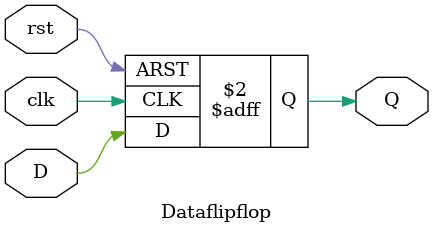
<source format=v>
module Dataflipflop(
    input  wire clk, rst, D,
    output reg  Q
);
    always @(posedge clk or posedge rst) begin
        if (rst)
            Q <= 1'b0;   // Reset
        else
            Q <= D;      // Capture D at clock edge
    end
endmodule

</source>
